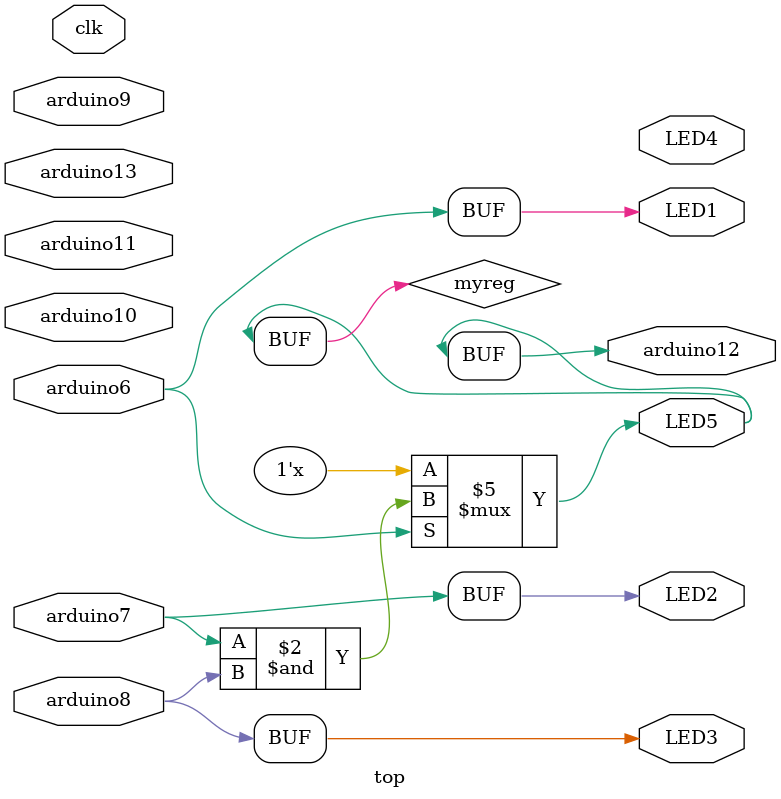
<source format=v>
module top (
	input  clk,
	output LED1,
	output LED2,
	output LED3,
	output LED4,
	output LED5,
	input arduino6,
	input arduino7,
	input arduino8,
	input arduino9,
	input arduino10,
	input arduino11,
	output arduino12,
	input arduino13  // UNO LED!
);

	assign LED1 = arduino6;
	assign LED2 = arduino7;
	assign LED3 = arduino8;

	reg myreg = 0;

	always @(*) begin
		if(arduino6) begin
			myreg = arduino7 & arduino8;
		end
	end

	assign arduino12 = myreg;
	assign LED5 = myreg;

endmodule

</source>
